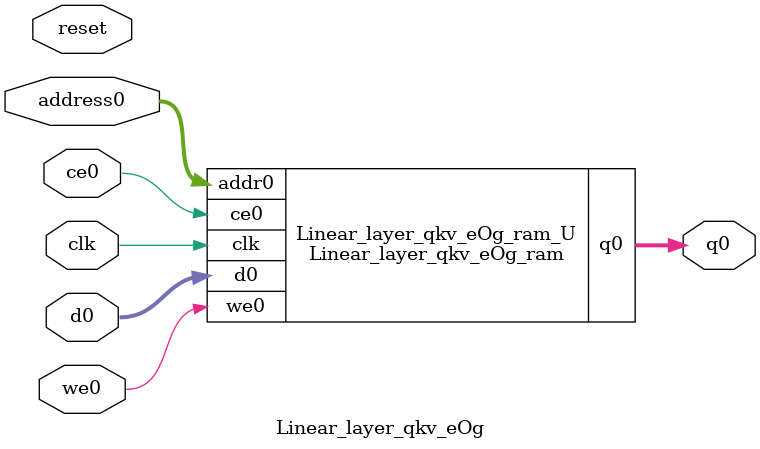
<source format=v>
`timescale 1 ns / 1 ps
module Linear_layer_qkv_eOg_ram (addr0, ce0, d0, we0, q0,  clk);

parameter DWIDTH = 12;
parameter AWIDTH = 20;
parameter MEM_SIZE = 589824;

input[AWIDTH-1:0] addr0;
input ce0;
input[DWIDTH-1:0] d0;
input we0;
output reg[DWIDTH-1:0] q0;
input clk;

(* ram_style = "block" *)reg [DWIDTH-1:0] ram[0:MEM_SIZE-1];




always @(posedge clk)  
begin 
    if (ce0) begin
        if (we0) 
            ram[addr0] <= d0; 
        q0 <= ram[addr0];
    end
end


endmodule

`timescale 1 ns / 1 ps
module Linear_layer_qkv_eOg(
    reset,
    clk,
    address0,
    ce0,
    we0,
    d0,
    q0);

parameter DataWidth = 32'd12;
parameter AddressRange = 32'd589824;
parameter AddressWidth = 32'd20;
input reset;
input clk;
input[AddressWidth - 1:0] address0;
input ce0;
input we0;
input[DataWidth - 1:0] d0;
output[DataWidth - 1:0] q0;



Linear_layer_qkv_eOg_ram Linear_layer_qkv_eOg_ram_U(
    .clk( clk ),
    .addr0( address0 ),
    .ce0( ce0 ),
    .we0( we0 ),
    .d0( d0 ),
    .q0( q0 ));

endmodule


</source>
